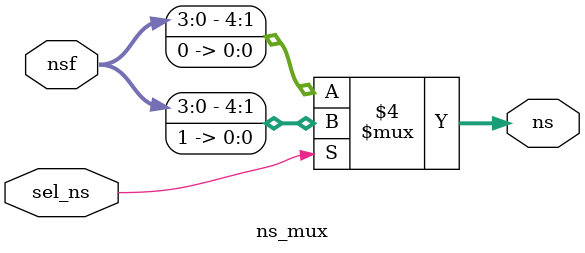
<source format=v>
module ns_mux (
	input wire [3:0] nsf,
	input wire sel_ns,
	output reg [4:0] ns
	);
always @(*) begin
	if (sel_ns==1'b0) begin
		ns={nsf,1'b0};
	end
	else begin
		ns={nsf,1'b1};
	end
end
endmodule
</source>
